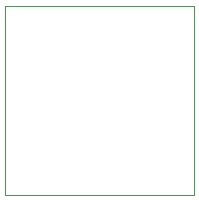
<source format=gm1>
%TF.GenerationSoftware,KiCad,Pcbnew,7.0.8*%
%TF.CreationDate,2024-01-16T20:57:43+00:00*%
%TF.ProjectId,RadioModule,52616469-6f4d-46f6-9475-6c652e6b6963,rev?*%
%TF.SameCoordinates,Original*%
%TF.FileFunction,Profile,NP*%
%FSLAX46Y46*%
G04 Gerber Fmt 4.6, Leading zero omitted, Abs format (unit mm)*
G04 Created by KiCad (PCBNEW 7.0.8) date 2024-01-16 20:57:43*
%MOMM*%
%LPD*%
G01*
G04 APERTURE LIST*
%TA.AperFunction,Profile*%
%ADD10C,0.100000*%
%TD*%
G04 APERTURE END LIST*
D10*
X90000000Y-70000000D02*
X105990000Y-70000000D01*
X105990000Y-86010000D01*
X90000000Y-86010000D01*
X90000000Y-70000000D01*
M02*

</source>
